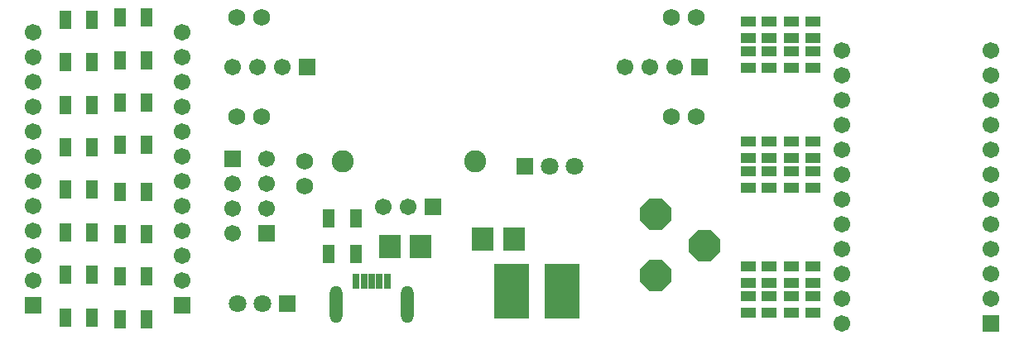
<source format=gts>
%FSLAX23Y23*%
%MOIN*%
G70*
G01*
G75*
G04 Layer_Color=8388736*
%ADD10R,0.020X0.055*%
%ADD11R,0.037X0.067*%
%ADD12R,0.051X0.033*%
%ADD13R,0.132X0.213*%
%ADD14R,0.079X0.087*%
%ADD15C,0.025*%
%ADD16C,0.020*%
%ADD17C,0.015*%
%ADD18C,0.010*%
%ADD19C,0.005*%
%ADD20O,0.043X0.142*%
%ADD21C,0.063*%
%ADD22R,0.063X0.063*%
%ADD23P,0.128X8X112.5*%
%ADD24P,0.128X8X202.5*%
%ADD25C,0.081*%
%ADD26C,0.060*%
%ADD27C,0.059*%
%ADD28R,0.059X0.059*%
%ADD29R,0.059X0.059*%
%ADD30C,0.016*%
%ADD31C,0.024*%
%ADD32C,0.010*%
%ADD33C,0.012*%
%ADD34C,0.006*%
%ADD35C,0.008*%
%ADD36C,0.006*%
%ADD37R,0.028X0.063*%
%ADD38R,0.045X0.075*%
%ADD39R,0.059X0.041*%
%ADD40R,0.140X0.221*%
%ADD41R,0.087X0.095*%
%ADD42O,0.051X0.150*%
%ADD43C,0.071*%
%ADD44R,0.071X0.071*%
%ADD45P,0.137X8X112.5*%
%ADD46P,0.137X8X202.5*%
%ADD47C,0.089*%
%ADD48C,0.068*%
%ADD49C,0.067*%
%ADD50R,0.067X0.067*%
%ADD51R,0.067X0.067*%
D37*
X632Y240D02*
D03*
X664D02*
D03*
X758D02*
D03*
X726D02*
D03*
X695D02*
D03*
D38*
X-432Y95D02*
D03*
X-538D02*
D03*
X520Y495D02*
D03*
X630D02*
D03*
X520Y350D02*
D03*
X630D02*
D03*
X-318Y1303D02*
D03*
X-212D02*
D03*
X-318Y1131D02*
D03*
X-212D02*
D03*
X-318Y960D02*
D03*
X-212D02*
D03*
X-318Y789D02*
D03*
X-212D02*
D03*
X-318Y601D02*
D03*
X-212D02*
D03*
X-318Y430D02*
D03*
X-212D02*
D03*
X-318Y259D02*
D03*
X-212D02*
D03*
X-318Y87D02*
D03*
X-212D02*
D03*
X-432Y1295D02*
D03*
X-538D02*
D03*
X-432Y1124D02*
D03*
X-538D02*
D03*
X-432Y952D02*
D03*
X-538D02*
D03*
X-432Y781D02*
D03*
X-538D02*
D03*
X-432Y609D02*
D03*
X-538D02*
D03*
X-432Y438D02*
D03*
X-538D02*
D03*
X-432Y266D02*
D03*
X-538D02*
D03*
D39*
X2210Y1222D02*
D03*
Y1288D02*
D03*
X2210Y233D02*
D03*
Y300D02*
D03*
X2295Y233D02*
D03*
Y300D02*
D03*
X2385D02*
D03*
Y233D02*
D03*
X2470D02*
D03*
Y300D02*
D03*
X2210Y113D02*
D03*
Y180D02*
D03*
X2295D02*
D03*
Y113D02*
D03*
X2385D02*
D03*
Y180D02*
D03*
X2470D02*
D03*
Y113D02*
D03*
Y683D02*
D03*
Y617D02*
D03*
X2385D02*
D03*
Y683D02*
D03*
X2295D02*
D03*
Y617D02*
D03*
X2210D02*
D03*
Y683D02*
D03*
X2470Y1168D02*
D03*
Y1102D02*
D03*
X2385Y1168D02*
D03*
Y1102D02*
D03*
X2295Y1168D02*
D03*
Y1102D02*
D03*
X2210Y1168D02*
D03*
Y1102D02*
D03*
X2470Y737D02*
D03*
Y803D02*
D03*
X2385D02*
D03*
Y737D02*
D03*
X2295D02*
D03*
Y803D02*
D03*
X2210Y737D02*
D03*
Y803D02*
D03*
X2470Y1222D02*
D03*
Y1288D02*
D03*
X2385Y1222D02*
D03*
Y1288D02*
D03*
X2295Y1222D02*
D03*
Y1288D02*
D03*
D40*
X1259Y200D02*
D03*
X1461D02*
D03*
D41*
X893Y380D02*
D03*
X767D02*
D03*
X1142Y410D02*
D03*
X1268D02*
D03*
D42*
X551Y146D02*
D03*
X839D02*
D03*
D43*
X155Y150D02*
D03*
X255D02*
D03*
X1410Y705D02*
D03*
X1510D02*
D03*
D44*
X355Y150D02*
D03*
X1310Y705D02*
D03*
D45*
X1839Y265D02*
D03*
Y509D02*
D03*
D46*
X2036Y383D02*
D03*
D47*
X579Y725D02*
D03*
X1111D02*
D03*
D48*
X425Y625D02*
D03*
Y725D02*
D03*
X1900Y1305D02*
D03*
X2000D02*
D03*
Y905D02*
D03*
X1900D02*
D03*
X250Y1305D02*
D03*
X150D02*
D03*
X250Y905D02*
D03*
X150D02*
D03*
D49*
X1715Y1105D02*
D03*
X1815D02*
D03*
X1915D02*
D03*
X740Y539D02*
D03*
X840D02*
D03*
X-670Y1245D02*
D03*
Y1145D02*
D03*
Y1045D02*
D03*
Y945D02*
D03*
Y845D02*
D03*
Y745D02*
D03*
Y645D02*
D03*
Y545D02*
D03*
Y445D02*
D03*
Y345D02*
D03*
Y245D02*
D03*
X3189Y1070D02*
D03*
Y1170D02*
D03*
X2589Y1070D02*
D03*
Y970D02*
D03*
Y1170D02*
D03*
X3189Y970D02*
D03*
Y870D02*
D03*
Y670D02*
D03*
Y570D02*
D03*
Y770D02*
D03*
Y170D02*
D03*
Y270D02*
D03*
Y370D02*
D03*
Y470D02*
D03*
X2589Y670D02*
D03*
Y870D02*
D03*
Y770D02*
D03*
Y570D02*
D03*
Y470D02*
D03*
Y370D02*
D03*
Y270D02*
D03*
Y170D02*
D03*
Y70D02*
D03*
X-70Y1245D02*
D03*
Y1145D02*
D03*
Y1045D02*
D03*
Y945D02*
D03*
Y845D02*
D03*
Y745D02*
D03*
Y645D02*
D03*
Y545D02*
D03*
Y445D02*
D03*
Y345D02*
D03*
Y245D02*
D03*
X135Y1105D02*
D03*
X235D02*
D03*
X335D02*
D03*
X135Y635D02*
D03*
Y535D02*
D03*
Y435D02*
D03*
X270Y535D02*
D03*
Y635D02*
D03*
Y735D02*
D03*
D50*
X2015Y1105D02*
D03*
X940Y539D02*
D03*
X435Y1105D02*
D03*
D51*
X-670Y145D02*
D03*
X3189Y70D02*
D03*
X-70Y145D02*
D03*
X135Y735D02*
D03*
X270Y435D02*
D03*
M02*

</source>
